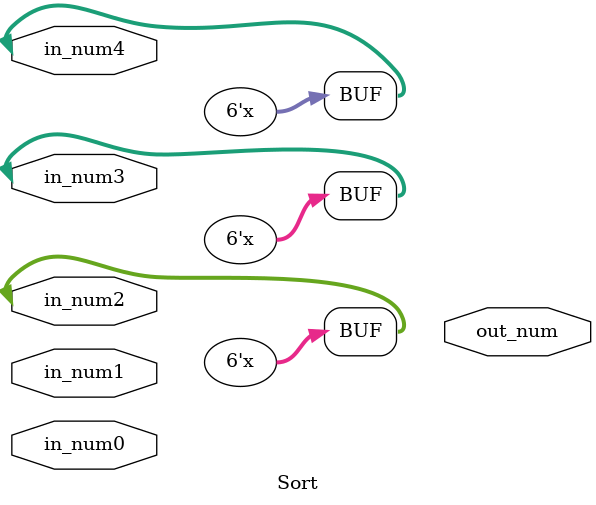
<source format=sv>
module Sort(
	in_num0,
	in_num1,
	in_num2,
	in_num3,
	in_num4,
	out_num
);
input  [5:0] in_num0, in_num1, in_num2, in_num3, in_num4;
output logic [5:0] out_num;

reg [5:0] temp;

always @* begin
  out_num2 = in_num2;

repeat (5) begin
    if(in_num0 > out_num2) begin
      temp = in_num0;
      in_num0 = out_num2;
      out_num2 = temp;
    end
    if(in_num1 > out_num2) begin
      temp = in_num1;
      in_num1 = out_num2;
      out_num2 = temp;
    end
    if(in_num2 > in_num3) begin
      temp = in_num2;
      in_num2 = in_num3;
      in_num3 = temp;
    end
    if(in_num3 > in_num4) begin
      temp = in_num3;
      in_num3 = in_num4;
      in_num4 = temp;
    end
  end
end
endmodule

</source>
